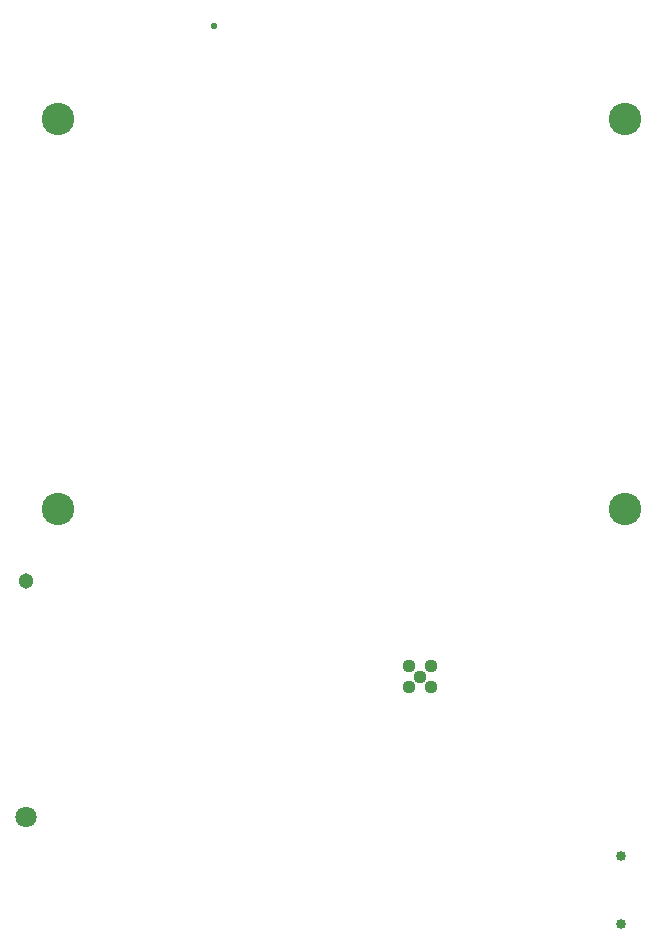
<source format=gbr>
G04 EAGLE Gerber RS-274X export*
G75*
%MOMM*%
%FSLAX34Y34*%
%LPD*%
%INSoldermask Bottom*%
%IPPOS*%
%AMOC8*
5,1,8,0,0,1.08239X$1,22.5*%
G01*
%ADD10C,0.853200*%
%ADD11C,2.753200*%
%ADD12C,1.111200*%
%ADD13C,0.553200*%
%ADD14C,1.303200*%
%ADD15C,1.803200*%


D10*
X554890Y144560D03*
X554890Y202360D03*
D11*
X558116Y826050D03*
X558116Y496050D03*
X78116Y496050D03*
X78116Y826050D03*
D12*
X384480Y354040D03*
X375480Y363040D03*
X393480Y363040D03*
X393480Y345040D03*
X375480Y345040D03*
D13*
X210079Y905256D03*
D14*
X51040Y435280D03*
D15*
X51040Y235280D03*
M02*

</source>
